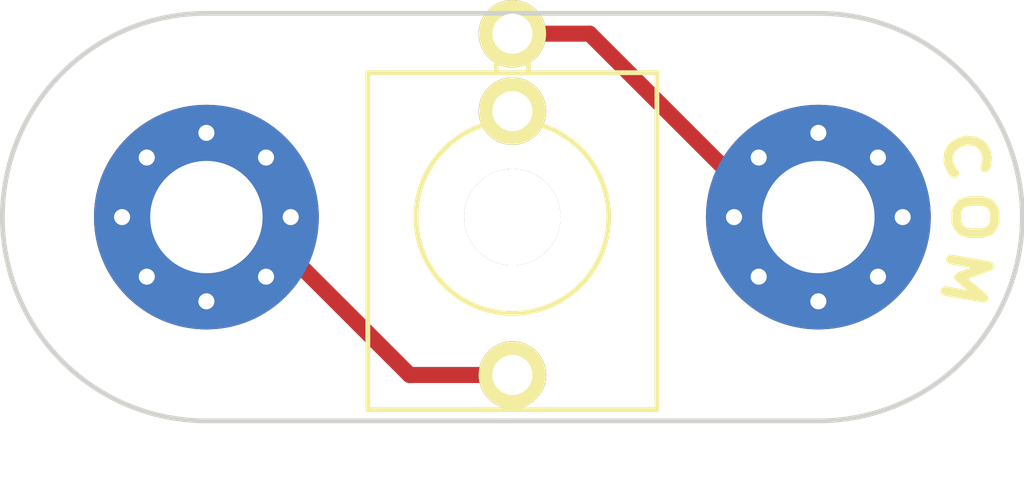
<source format=kicad_pcb>
(kicad_pcb (version 4) (host pcbnew 4.0.4-stable)

  (general
    (links 0)
    (no_connects 0)
    (area 139.624999 85.014999 171.525001 97.865001)
    (thickness 1.6)
    (drawings 7)
    (tracks 8)
    (zones 0)
    (modules 3)
    (nets 4)
  )

  (page A4)
  (layers
    (0 F.Cu signal)
    (31 B.Cu signal)
    (32 B.Adhes user)
    (33 F.Adhes user)
    (34 B.Paste user)
    (35 F.Paste user)
    (36 B.SilkS user)
    (37 F.SilkS user)
    (38 B.Mask user)
    (39 F.Mask user)
    (40 Dwgs.User user)
    (41 Cmts.User user)
    (42 Eco1.User user)
    (43 Eco2.User user)
    (44 Edge.Cuts user)
    (45 Margin user)
    (46 B.CrtYd user)
    (47 F.CrtYd user)
    (48 B.Fab user)
    (49 F.Fab user)
  )

  (setup
    (last_trace_width 0.5)
    (trace_clearance 0.4)
    (zone_clearance 0.508)
    (zone_45_only no)
    (trace_min 0.2)
    (segment_width 0.2)
    (edge_width 0.15)
    (via_size 0.6)
    (via_drill 0.4)
    (via_min_size 0.4)
    (via_min_drill 0.3)
    (uvia_size 0.3)
    (uvia_drill 0.1)
    (uvias_allowed no)
    (uvia_min_size 0.2)
    (uvia_min_drill 0.1)
    (pcb_text_width 0.3)
    (pcb_text_size 1.5 1.5)
    (mod_edge_width 0.15)
    (mod_text_size 1 1)
    (mod_text_width 0.15)
    (pad_size 1.524 1.524)
    (pad_drill 0.762)
    (pad_to_mask_clearance 0.2)
    (aux_axis_origin 0 0)
    (visible_elements FFFFFF7F)
    (pcbplotparams
      (layerselection 0x00030_80000001)
      (usegerberextensions false)
      (excludeedgelayer true)
      (linewidth 0.100000)
      (plotframeref false)
      (viasonmask false)
      (mode 1)
      (useauxorigin false)
      (hpglpennumber 1)
      (hpglpenspeed 20)
      (hpglpendiameter 15)
      (hpglpenoverlay 2)
      (psnegative false)
      (psa4output false)
      (plotreference true)
      (plotvalue true)
      (plotinvisibletext false)
      (padsonsilk false)
      (subtractmaskfromsilk false)
      (outputformat 1)
      (mirror false)
      (drillshape 1)
      (scaleselection 1)
      (outputdirectory ""))
  )

  (net 0 "")
  (net 1 "Net-(J1-Pad3)")
  (net 2 "Net-(J1-Pad2)")
  (net 3 "Net-(J1-Pad1)")

  (net_class Default "This is the default net class."
    (clearance 0.4)
    (trace_width 0.5)
    (via_dia 0.6)
    (via_drill 0.4)
    (uvia_dia 0.3)
    (uvia_drill 0.1)
    (add_net "Net-(J1-Pad1)")
    (add_net "Net-(J1-Pad2)")
    (add_net "Net-(J1-Pad3)")
  )

  (module Mounting_Holes:MountingHole_3.5mm_Pad_Via (layer F.Cu) (tedit 58B79E8D) (tstamp 58B79D39)
    (at 146.05 91.44)
    (descr "Mounting Hole 3.5mm")
    (tags "mounting hole 3.5mm")
    (path /58B79BE2)
    (fp_text reference P1 (at 0 -4.5) (layer F.Fab)
      (effects (font (size 1 1) (thickness 0.15)))
    )
    (fp_text value CONN_01X01 (at 0 4.5) (layer F.Fab)
      (effects (font (size 1 1) (thickness 0.15)))
    )
    (fp_circle (center 0 0) (end 3.5 0) (layer Cmts.User) (width 0.15))
    (fp_circle (center 0 0) (end 3.75 0) (layer F.CrtYd) (width 0.05))
    (pad 1 thru_hole circle (at 0 0) (size 7 7) (drill 3.5) (layers *.Cu *.Mask)
      (net 1 "Net-(J1-Pad3)"))
    (pad "" thru_hole circle (at 2.625 0) (size 0.6 0.6) (drill 0.5) (layers *.Cu *.Mask))
    (pad "" thru_hole circle (at 1.856155 1.856155) (size 0.6 0.6) (drill 0.5) (layers *.Cu *.Mask))
    (pad "" thru_hole circle (at 0 2.625) (size 0.6 0.6) (drill 0.5) (layers *.Cu *.Mask))
    (pad "" thru_hole circle (at -1.856155 1.856155) (size 0.6 0.6) (drill 0.5) (layers *.Cu *.Mask))
    (pad "" thru_hole circle (at -2.625 0) (size 0.6 0.6) (drill 0.5) (layers *.Cu *.Mask))
    (pad "" thru_hole circle (at -1.856155 -1.856155) (size 0.6 0.6) (drill 0.5) (layers *.Cu *.Mask))
    (pad "" thru_hole circle (at 0 -2.625) (size 0.6 0.6) (drill 0.5) (layers *.Cu *.Mask))
    (pad "" thru_hole circle (at 1.856155 -1.856155) (size 0.6 0.6) (drill 0.5) (layers *.Cu *.Mask))
  )

  (module Mounting_Holes:MountingHole_3.5mm_Pad_Via (layer F.Cu) (tedit 58B79E92) (tstamp 58B79D46)
    (at 165.1 91.44)
    (descr "Mounting Hole 3.5mm")
    (tags "mounting hole 3.5mm")
    (path /58B79C0C)
    (fp_text reference P2 (at 0 -4.5) (layer F.Fab)
      (effects (font (size 1 1) (thickness 0.15)))
    )
    (fp_text value CONN_01X01 (at 0 4.5) (layer F.Fab)
      (effects (font (size 1 1) (thickness 0.15)))
    )
    (fp_circle (center 0 0) (end 3.5 0) (layer Cmts.User) (width 0.15))
    (fp_circle (center 0 0) (end 3.75 0) (layer F.CrtYd) (width 0.05))
    (pad 1 thru_hole circle (at 0 0) (size 7 7) (drill 3.5) (layers *.Cu *.Mask)
      (net 3 "Net-(J1-Pad1)"))
    (pad "" thru_hole circle (at 2.625 0) (size 0.6 0.6) (drill 0.5) (layers *.Cu *.Mask))
    (pad "" thru_hole circle (at 1.856155 1.856155) (size 0.6 0.6) (drill 0.5) (layers *.Cu *.Mask))
    (pad "" thru_hole circle (at 0 2.625) (size 0.6 0.6) (drill 0.5) (layers *.Cu *.Mask))
    (pad "" thru_hole circle (at -1.856155 1.856155) (size 0.6 0.6) (drill 0.5) (layers *.Cu *.Mask))
    (pad "" thru_hole circle (at -2.625 0) (size 0.6 0.6) (drill 0.5) (layers *.Cu *.Mask))
    (pad "" thru_hole circle (at -1.856155 -1.856155) (size 0.6 0.6) (drill 0.5) (layers *.Cu *.Mask))
    (pad "" thru_hole circle (at 0 -2.625) (size 0.6 0.6) (drill 0.5) (layers *.Cu *.Mask))
    (pad "" thru_hole circle (at 1.856155 -1.856155) (size 0.6 0.6) (drill 0.5) (layers *.Cu *.Mask))
  )

  (module Jacks:Thonkiconn_3.5mm_Switching_Jack_Compact_With_Hole (layer F.Cu) (tedit 58B79F31) (tstamp 58B79D2C)
    (at 155.575 91.44 180)
    (path /58B79BB9)
    (fp_text reference J1 (at 0 -2.5 180) (layer F.Fab)
      (effects (font (size 1 1) (thickness 0.15)))
    )
    (fp_text value JACK_2P (at 0 -7.62 180) (layer F.Fab)
      (effects (font (size 1 1) (thickness 0.15)))
    )
    (fp_line (start -0.5 4.5) (end -0.5 6.5) (layer F.SilkS) (width 0.15))
    (fp_line (start -0.5 6.5) (end 0.5 6.5) (layer F.SilkS) (width 0.15))
    (fp_line (start 0.5 6.5) (end 0.5 4.5) (layer F.SilkS) (width 0.15))
    (fp_line (start -4.5 4.5) (end -4.5 -6) (layer F.SilkS) (width 0.15))
    (fp_line (start -4.5 -6) (end 4.5 -6) (layer F.SilkS) (width 0.15))
    (fp_line (start 4.5 -6) (end 4.5 4.5) (layer F.SilkS) (width 0.15))
    (fp_line (start 4.5 4.5) (end -4.5 4.5) (layer F.SilkS) (width 0.15))
    (fp_circle (center 0 0) (end 3 0) (layer F.SilkS) (width 0.15))
    (pad 3 thru_hole circle (at 0 -4.92 180) (size 2.1 2.1) (drill 1.25) (layers *.Cu *.Mask F.SilkS)
      (net 1 "Net-(J1-Pad3)"))
    (pad 2 thru_hole circle (at 0 3.302 180) (size 2.1 2.1) (drill 1.25) (layers *.Cu *.Mask F.SilkS)
      (net 2 "Net-(J1-Pad2)"))
    (pad 1 thru_hole circle (at 0 5.715 180) (size 2.1 2.1) (drill 1.25) (layers *.Cu *.Mask F.SilkS)
      (net 3 "Net-(J1-Pad1)"))
    (pad 4 thru_hole circle (at 0 0 180) (size 3 3) (drill 3) (layers *.Cu *.Mask F.SilkS))
  )

  (gr_text M (at 169.672 93.345 260) (layer F.SilkS)
    (effects (font (size 1.2 1.5) (thickness 0.3)))
  )
  (gr_text C (at 169.672 89.535 280) (layer F.SilkS)
    (effects (font (size 1.2 1.5) (thickness 0.3)))
  )
  (gr_text O (at 170.053 91.44 90) (layer F.SilkS)
    (effects (font (size 1.2 1.5) (thickness 0.3)))
  )
  (gr_line (start 165.1 97.79) (end 146.05 97.79) (layer Edge.Cuts) (width 0.15))
  (gr_line (start 146.05 85.09) (end 165.1 85.09) (layer Edge.Cuts) (width 0.15))
  (gr_arc (start 165.1 91.44) (end 165.1 85.09) (angle 180) (layer Edge.Cuts) (width 0.15))
  (gr_arc (start 146.05 91.44) (end 146.05 97.79) (angle 180) (layer Edge.Cuts) (width 0.15))

  (segment (start 155.575 96.36) (end 152.376002 96.36) (width 0.5) (layer F.Cu) (net 1))
  (segment (start 152.376002 96.36) (end 148.362156 92.346154) (width 0.5) (layer F.Cu) (net 1))
  (segment (start 148.362156 92.346154) (end 146.956154 92.346154) (width 0.5) (layer F.Cu) (net 1))
  (segment (start 146.956154 92.346154) (end 146.05 91.44) (width 0.5) (layer F.Cu) (net 1))
  (segment (start 155.575 85.725) (end 157.978998 85.725) (width 0.5) (layer F.Cu) (net 3))
  (segment (start 157.978998 85.725) (end 162.787844 90.533846) (width 0.5) (layer F.Cu) (net 3))
  (segment (start 162.787844 90.533846) (end 164.193846 90.533846) (width 0.5) (layer F.Cu) (net 3))
  (segment (start 164.193846 90.533846) (end 165.1 91.44) (width 0.5) (layer F.Cu) (net 3))

)

</source>
